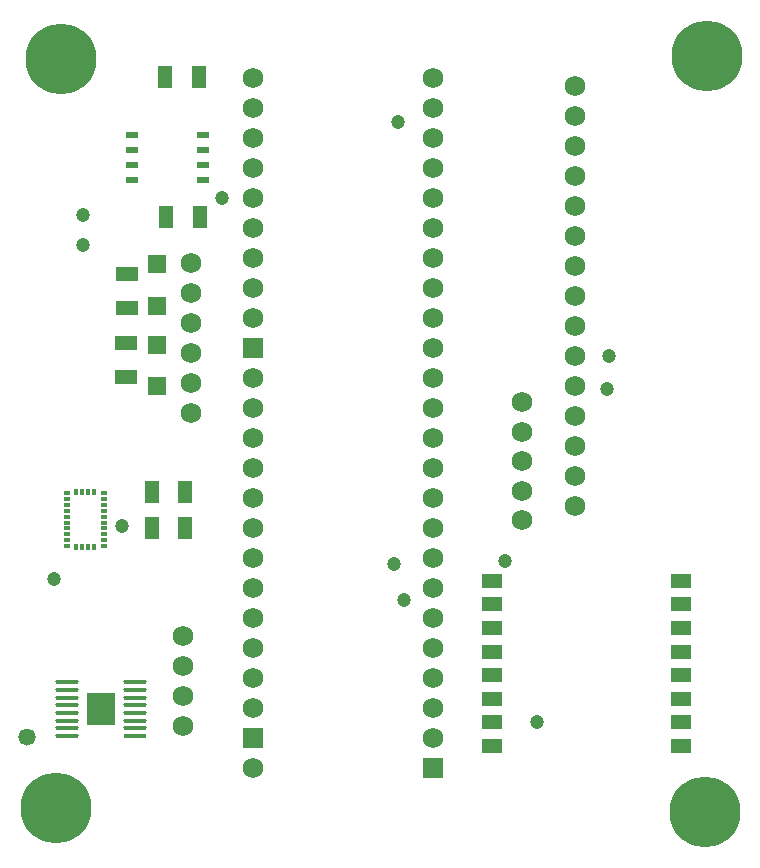
<source format=gts>
G04*
G04 #@! TF.GenerationSoftware,Altium Limited,Altium Designer,24.7.2 (38)*
G04*
G04 Layer_Color=8388736*
%FSLAX42Y42*%
%MOMM*%
G71*
G04*
G04 #@! TF.SameCoordinates,CE458257-ED55-464B-8F26-E5EFE0AAFCD9*
G04*
G04*
G04 #@! TF.FilePolarity,Negative*
G04*
G01*
G75*
%ADD19R,1.50X1.50*%
%ADD22R,1.96X0.42*%
G04:AMPARAMS|DCode=23|XSize=1.96mm|YSize=0.42mm|CornerRadius=0.21mm|HoleSize=0mm|Usage=FLASHONLY|Rotation=180.000|XOffset=0mm|YOffset=0mm|HoleType=Round|Shape=RoundedRectangle|*
%AMROUNDEDRECTD23*
21,1,1.96,0.00,0,0,180.0*
21,1,1.53,0.42,0,0,180.0*
1,1,0.42,-0.77,0.00*
1,1,0.42,0.77,0.00*
1,1,0.42,0.77,0.00*
1,1,0.42,-0.77,0.00*
%
%ADD23ROUNDEDRECTD23*%
%ADD24R,0.30X0.53*%
%ADD25R,0.30X0.53*%
%ADD26R,0.53X0.40*%
%ADD27R,0.53X0.40*%
%ADD28R,1.00X0.53*%
%ADD29R,1.73X1.20*%
%ADD30R,1.30X1.85*%
%ADD31R,1.85X1.30*%
%ADD32R,2.46X2.77*%
%ADD33C,1.73*%
%ADD34C,1.20*%
%ADD35R,1.73X1.73*%
%ADD36C,6.00*%
%ADD37C,1.47*%
D19*
X7410Y7055D02*
D03*
Y6705D02*
D03*
X7410Y7735D02*
D03*
Y7385D02*
D03*
D22*
X7228Y3742D02*
D03*
D23*
Y3808D02*
D03*
Y3872D02*
D03*
Y3938D02*
D03*
Y4003D02*
D03*
Y4067D02*
D03*
Y4133D02*
D03*
Y4197D02*
D03*
X6652D02*
D03*
Y4133D02*
D03*
Y4067D02*
D03*
Y4003D02*
D03*
Y3938D02*
D03*
Y3872D02*
D03*
Y3808D02*
D03*
Y3742D02*
D03*
D24*
X6879Y5344D02*
D03*
X6729D02*
D03*
Y5806D02*
D03*
X6879D02*
D03*
D25*
X6829Y5344D02*
D03*
X6779D02*
D03*
Y5806D02*
D03*
X6829D02*
D03*
D26*
X6960Y5350D02*
D03*
Y5450D02*
D03*
Y5550D02*
D03*
Y5600D02*
D03*
Y5700D02*
D03*
Y5800D02*
D03*
X6647Y5350D02*
D03*
Y5450D02*
D03*
Y5550D02*
D03*
Y5600D02*
D03*
Y5700D02*
D03*
Y5800D02*
D03*
D27*
X6960Y5400D02*
D03*
Y5500D02*
D03*
Y5650D02*
D03*
Y5750D02*
D03*
X6647Y5400D02*
D03*
Y5500D02*
D03*
Y5650D02*
D03*
Y5750D02*
D03*
D28*
X7800Y8448D02*
D03*
Y8575D02*
D03*
Y8702D02*
D03*
X7200Y8448D02*
D03*
Y8575D02*
D03*
Y8702D02*
D03*
Y8829D02*
D03*
X7800D02*
D03*
D29*
X11850Y3657D02*
D03*
Y3857D02*
D03*
Y4057D02*
D03*
Y4257D02*
D03*
Y4457D02*
D03*
Y4657D02*
D03*
Y4857D02*
D03*
Y5057D02*
D03*
X10250Y3657D02*
D03*
Y3857D02*
D03*
Y4057D02*
D03*
Y4257D02*
D03*
Y4457D02*
D03*
Y4657D02*
D03*
Y4857D02*
D03*
Y5057D02*
D03*
D30*
X7651Y5810D02*
D03*
X7368Y5500D02*
D03*
X7653D02*
D03*
X7366Y5810D02*
D03*
X7776Y8140D02*
D03*
X7491D02*
D03*
X7768Y9325D02*
D03*
X7482D02*
D03*
D31*
X7160Y7368D02*
D03*
Y7653D02*
D03*
X7150Y7070D02*
D03*
Y6785D02*
D03*
D32*
X6940Y3970D02*
D03*
D33*
X10500Y6320D02*
D03*
Y6070D02*
D03*
Y5820D02*
D03*
Y5570D02*
D03*
Y6570D02*
D03*
X8226Y5250D02*
D03*
X7697Y7747D02*
D03*
Y7493D02*
D03*
Y7239D02*
D03*
Y6985D02*
D03*
Y6731D02*
D03*
Y6477D02*
D03*
X7634Y3829D02*
D03*
Y4083D02*
D03*
Y4337D02*
D03*
Y4591D02*
D03*
X8226Y3472D02*
D03*
Y3980D02*
D03*
Y4234D02*
D03*
Y4488D02*
D03*
Y4742D02*
D03*
Y4996D02*
D03*
Y5504D02*
D03*
Y5758D02*
D03*
Y6012D02*
D03*
Y6266D02*
D03*
Y6520D02*
D03*
Y6774D02*
D03*
Y7282D02*
D03*
Y7536D02*
D03*
Y7790D02*
D03*
Y8044D02*
D03*
Y8298D02*
D03*
Y8552D02*
D03*
Y8806D02*
D03*
Y9060D02*
D03*
Y9314D02*
D03*
X9750Y3726D02*
D03*
Y3980D02*
D03*
Y4234D02*
D03*
Y4488D02*
D03*
Y4742D02*
D03*
Y4996D02*
D03*
Y5250D02*
D03*
Y5504D02*
D03*
Y5758D02*
D03*
Y6012D02*
D03*
Y6266D02*
D03*
Y6520D02*
D03*
Y6774D02*
D03*
Y7028D02*
D03*
Y7282D02*
D03*
Y7536D02*
D03*
Y7790D02*
D03*
Y8044D02*
D03*
Y8298D02*
D03*
Y8552D02*
D03*
Y8806D02*
D03*
Y9060D02*
D03*
Y9314D02*
D03*
X10949Y5686D02*
D03*
Y5940D02*
D03*
Y6194D02*
D03*
Y6448D02*
D03*
Y6702D02*
D03*
Y6956D02*
D03*
Y7210D02*
D03*
Y7464D02*
D03*
Y7718D02*
D03*
Y7972D02*
D03*
Y8226D02*
D03*
Y8480D02*
D03*
Y8734D02*
D03*
Y8988D02*
D03*
Y9242D02*
D03*
D34*
X6790Y7900D02*
D03*
Y8154D02*
D03*
X10630Y3860D02*
D03*
X7961Y8300D02*
D03*
X9450Y8940D02*
D03*
X6540Y5074D02*
D03*
X7120Y5520D02*
D03*
X10360Y5222D02*
D03*
X11238Y6958D02*
D03*
X11226Y6680D02*
D03*
X9500Y4890D02*
D03*
X9421Y5200D02*
D03*
D35*
X8226Y7028D02*
D03*
X9750Y3472D02*
D03*
X8226Y3726D02*
D03*
D36*
X12050Y3100D02*
D03*
X12070Y9500D02*
D03*
X6560Y3130D02*
D03*
X6600Y9475D02*
D03*
D37*
X6310Y3730D02*
D03*
M02*

</source>
